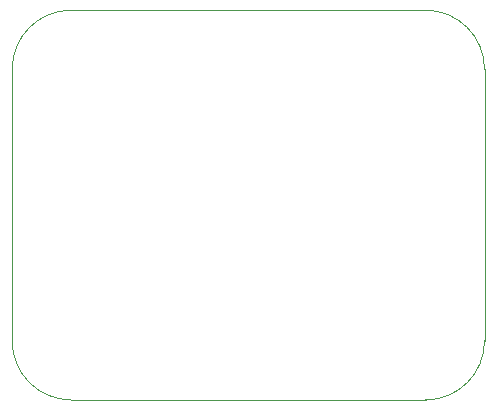
<source format=gbr>
%TF.GenerationSoftware,KiCad,Pcbnew,(5.1.9)-1*%
%TF.CreationDate,2021-02-25T21:12:44-03:30*%
%TF.ProjectId,annoy-o-me,616e6e6f-792d-46f2-9d6d-652e6b696361,rev?*%
%TF.SameCoordinates,Original*%
%TF.FileFunction,Profile,NP*%
%FSLAX46Y46*%
G04 Gerber Fmt 4.6, Leading zero omitted, Abs format (unit mm)*
G04 Created by KiCad (PCBNEW (5.1.9)-1) date 2021-02-25 21:12:44*
%MOMM*%
%LPD*%
G01*
G04 APERTURE LIST*
%TA.AperFunction,Profile*%
%ADD10C,0.050000*%
%TD*%
G04 APERTURE END LIST*
D10*
X100000000Y-105000000D02*
G75*
G02*
X105000000Y-100000000I5000000J0D01*
G01*
X105000000Y-133000000D02*
G75*
G02*
X100000000Y-128000000I0J5000000D01*
G01*
X140000000Y-128000000D02*
G75*
G02*
X135000000Y-133000000I-5000000J0D01*
G01*
X135000000Y-100000000D02*
G75*
G02*
X140000000Y-105000000I0J-5000000D01*
G01*
X100000000Y-128000000D02*
X100000000Y-105000000D01*
X135000000Y-133000000D02*
X105000000Y-133000000D01*
X140000000Y-105000000D02*
X140000000Y-128000000D01*
X105000000Y-100000000D02*
X135000000Y-100000000D01*
M02*

</source>
